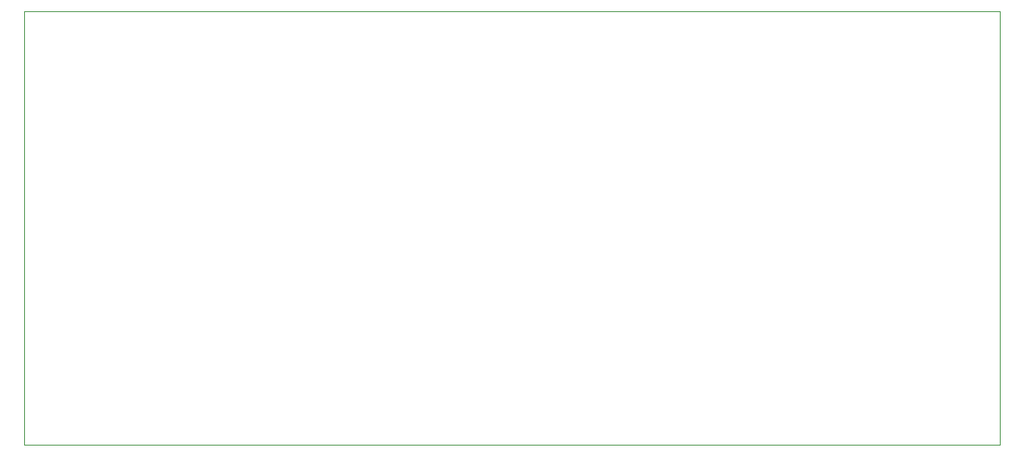
<source format=gko>
G75*
%MOIN*%
%OFA0B0*%
%FSLAX24Y24*%
%IPPOS*%
%LPD*%
%AMOC8*
5,1,8,0,0,1.08239X$1,22.5*
%
%ADD10C,0.0000*%
D10*
X000180Y000180D02*
X000180Y018176D01*
X040550Y018176D01*
X040550Y000180D01*
X000180Y000180D01*
M02*

</source>
